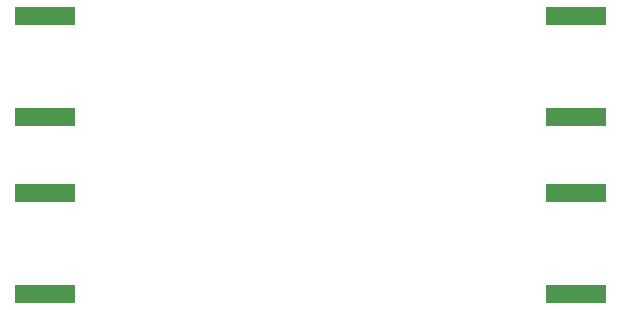
<source format=gbr>
G04 #@! TF.GenerationSoftware,KiCad,Pcbnew,5.1.5-52549c5~86~ubuntu18.04.1*
G04 #@! TF.CreationDate,2020-05-03T22:10:49-04:00*
G04 #@! TF.ProjectId,lna-filt,6c6e612d-6669-46c7-942e-6b696361645f,rev?*
G04 #@! TF.SameCoordinates,Original*
G04 #@! TF.FileFunction,Paste,Bot*
G04 #@! TF.FilePolarity,Positive*
%FSLAX46Y46*%
G04 Gerber Fmt 4.6, Leading zero omitted, Abs format (unit mm)*
G04 Created by KiCad (PCBNEW 5.1.5-52549c5~86~ubuntu18.04.1) date 2020-05-03 22:10:49*
%MOMM*%
%LPD*%
G04 APERTURE LIST*
%ADD10R,5.080000X1.500000*%
G04 APERTURE END LIST*
D10*
X85000000Y-79250000D03*
X85000000Y-70750000D03*
X130000000Y-70750000D03*
X130000000Y-79250000D03*
X130000000Y-55750000D03*
X130000000Y-64250000D03*
X85000000Y-64250000D03*
X85000000Y-55750000D03*
M02*

</source>
